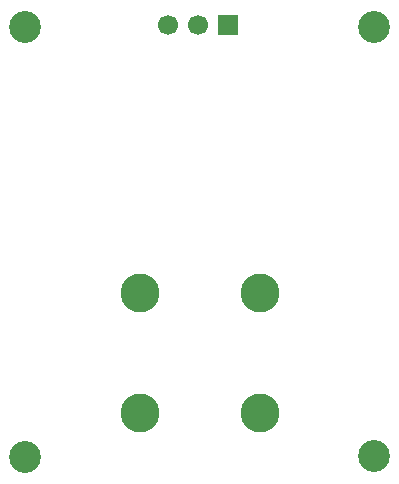
<source format=gbr>
%TF.GenerationSoftware,KiCad,Pcbnew,9.0.2*%
%TF.CreationDate,2025-11-13T14:06:28+01:00*%
%TF.ProjectId,current-meas,63757272-656e-4742-9d6d-6561732e6b69,rev?*%
%TF.SameCoordinates,Original*%
%TF.FileFunction,Soldermask,Bot*%
%TF.FilePolarity,Negative*%
%FSLAX46Y46*%
G04 Gerber Fmt 4.6, Leading zero omitted, Abs format (unit mm)*
G04 Created by KiCad (PCBNEW 9.0.2) date 2025-11-13 14:06:28*
%MOMM*%
%LPD*%
G01*
G04 APERTURE LIST*
%ADD10C,2.700000*%
%ADD11R,1.700000X1.700000*%
%ADD12C,1.700000*%
%ADD13C,3.300000*%
G04 APERTURE END LIST*
D10*
%TO.C,H2*%
X164617889Y-94595000D03*
%TD*%
%TO.C,H3*%
X135117889Y-130945000D03*
%TD*%
%TO.C,H4*%
X164617889Y-130920000D03*
%TD*%
D11*
%TO.C,J2*%
X152232889Y-94395000D03*
D12*
X149692889Y-94395000D03*
X147152889Y-94395000D03*
%TD*%
D13*
%TO.C,J1*%
X144785389Y-117070000D03*
X144785389Y-127230000D03*
X154945389Y-117070000D03*
X154945389Y-127230000D03*
%TD*%
D10*
%TO.C,H1*%
X135117889Y-94620000D03*
%TD*%
M02*

</source>
